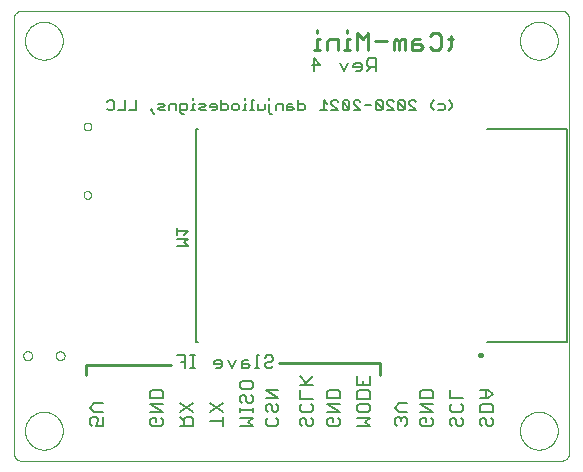
<source format=gbo>
G75*
%MOIN*%
%OFA0B0*%
%FSLAX25Y25*%
%IPPOS*%
%LPD*%
%AMOC8*
5,1,8,0,0,1.08239X$1,22.5*
%
%ADD10C,0.00000*%
%ADD11C,0.01000*%
%ADD12C,0.00600*%
%ADD13C,0.00800*%
%ADD14C,0.00500*%
%ADD15C,0.00945*%
D10*
X0005343Y0035785D02*
X0185343Y0035785D01*
X0185441Y0035787D01*
X0185539Y0035793D01*
X0185637Y0035802D01*
X0185734Y0035816D01*
X0185831Y0035833D01*
X0185927Y0035854D01*
X0186022Y0035879D01*
X0186116Y0035907D01*
X0186208Y0035940D01*
X0186300Y0035975D01*
X0186390Y0036015D01*
X0186478Y0036057D01*
X0186565Y0036104D01*
X0186649Y0036153D01*
X0186732Y0036206D01*
X0186812Y0036262D01*
X0186891Y0036322D01*
X0186967Y0036384D01*
X0187040Y0036449D01*
X0187111Y0036517D01*
X0187179Y0036588D01*
X0187244Y0036661D01*
X0187306Y0036737D01*
X0187366Y0036816D01*
X0187422Y0036896D01*
X0187475Y0036979D01*
X0187524Y0037063D01*
X0187571Y0037150D01*
X0187613Y0037238D01*
X0187653Y0037328D01*
X0187688Y0037420D01*
X0187721Y0037512D01*
X0187749Y0037606D01*
X0187774Y0037701D01*
X0187795Y0037797D01*
X0187812Y0037894D01*
X0187826Y0037991D01*
X0187835Y0038089D01*
X0187841Y0038187D01*
X0187843Y0038285D01*
X0187843Y0183285D01*
X0187841Y0183383D01*
X0187835Y0183481D01*
X0187826Y0183579D01*
X0187812Y0183676D01*
X0187795Y0183773D01*
X0187774Y0183869D01*
X0187749Y0183964D01*
X0187721Y0184058D01*
X0187688Y0184150D01*
X0187653Y0184242D01*
X0187613Y0184332D01*
X0187571Y0184420D01*
X0187524Y0184507D01*
X0187475Y0184591D01*
X0187422Y0184674D01*
X0187366Y0184754D01*
X0187306Y0184833D01*
X0187244Y0184909D01*
X0187179Y0184982D01*
X0187111Y0185053D01*
X0187040Y0185121D01*
X0186967Y0185186D01*
X0186891Y0185248D01*
X0186812Y0185308D01*
X0186732Y0185364D01*
X0186649Y0185417D01*
X0186565Y0185466D01*
X0186478Y0185513D01*
X0186390Y0185555D01*
X0186300Y0185595D01*
X0186208Y0185630D01*
X0186116Y0185663D01*
X0186022Y0185691D01*
X0185927Y0185716D01*
X0185831Y0185737D01*
X0185734Y0185754D01*
X0185637Y0185768D01*
X0185539Y0185777D01*
X0185441Y0185783D01*
X0185343Y0185785D01*
X0005343Y0185785D01*
X0005245Y0185783D01*
X0005147Y0185777D01*
X0005049Y0185768D01*
X0004952Y0185754D01*
X0004855Y0185737D01*
X0004759Y0185716D01*
X0004664Y0185691D01*
X0004570Y0185663D01*
X0004478Y0185630D01*
X0004386Y0185595D01*
X0004296Y0185555D01*
X0004208Y0185513D01*
X0004121Y0185466D01*
X0004037Y0185417D01*
X0003954Y0185364D01*
X0003874Y0185308D01*
X0003795Y0185248D01*
X0003719Y0185186D01*
X0003646Y0185121D01*
X0003575Y0185053D01*
X0003507Y0184982D01*
X0003442Y0184909D01*
X0003380Y0184833D01*
X0003320Y0184754D01*
X0003264Y0184674D01*
X0003211Y0184591D01*
X0003162Y0184507D01*
X0003115Y0184420D01*
X0003073Y0184332D01*
X0003033Y0184242D01*
X0002998Y0184150D01*
X0002965Y0184058D01*
X0002937Y0183964D01*
X0002912Y0183869D01*
X0002891Y0183773D01*
X0002874Y0183676D01*
X0002860Y0183579D01*
X0002851Y0183481D01*
X0002845Y0183383D01*
X0002843Y0183285D01*
X0002843Y0038285D01*
X0002845Y0038187D01*
X0002851Y0038089D01*
X0002860Y0037991D01*
X0002874Y0037894D01*
X0002891Y0037797D01*
X0002912Y0037701D01*
X0002937Y0037606D01*
X0002965Y0037512D01*
X0002998Y0037420D01*
X0003033Y0037328D01*
X0003073Y0037238D01*
X0003115Y0037150D01*
X0003162Y0037063D01*
X0003211Y0036979D01*
X0003264Y0036896D01*
X0003320Y0036816D01*
X0003380Y0036737D01*
X0003442Y0036661D01*
X0003507Y0036588D01*
X0003575Y0036517D01*
X0003646Y0036449D01*
X0003719Y0036384D01*
X0003795Y0036322D01*
X0003874Y0036262D01*
X0003954Y0036206D01*
X0004037Y0036153D01*
X0004121Y0036104D01*
X0004208Y0036057D01*
X0004296Y0036015D01*
X0004386Y0035975D01*
X0004478Y0035940D01*
X0004570Y0035907D01*
X0004664Y0035879D01*
X0004759Y0035854D01*
X0004855Y0035833D01*
X0004952Y0035816D01*
X0005049Y0035802D01*
X0005147Y0035793D01*
X0005245Y0035787D01*
X0005343Y0035785D01*
X0006544Y0045785D02*
X0006546Y0045943D01*
X0006552Y0046101D01*
X0006562Y0046259D01*
X0006576Y0046417D01*
X0006594Y0046574D01*
X0006615Y0046731D01*
X0006641Y0046887D01*
X0006671Y0047043D01*
X0006704Y0047198D01*
X0006742Y0047351D01*
X0006783Y0047504D01*
X0006828Y0047656D01*
X0006877Y0047807D01*
X0006930Y0047956D01*
X0006986Y0048104D01*
X0007046Y0048250D01*
X0007110Y0048395D01*
X0007178Y0048538D01*
X0007249Y0048680D01*
X0007323Y0048820D01*
X0007401Y0048957D01*
X0007483Y0049093D01*
X0007567Y0049227D01*
X0007656Y0049358D01*
X0007747Y0049487D01*
X0007842Y0049614D01*
X0007939Y0049739D01*
X0008040Y0049861D01*
X0008144Y0049980D01*
X0008251Y0050097D01*
X0008361Y0050211D01*
X0008474Y0050322D01*
X0008589Y0050431D01*
X0008707Y0050536D01*
X0008828Y0050638D01*
X0008951Y0050738D01*
X0009077Y0050834D01*
X0009205Y0050927D01*
X0009335Y0051017D01*
X0009468Y0051103D01*
X0009603Y0051187D01*
X0009739Y0051266D01*
X0009878Y0051343D01*
X0010019Y0051415D01*
X0010161Y0051485D01*
X0010305Y0051550D01*
X0010451Y0051612D01*
X0010598Y0051670D01*
X0010747Y0051725D01*
X0010897Y0051776D01*
X0011048Y0051823D01*
X0011200Y0051866D01*
X0011353Y0051905D01*
X0011508Y0051941D01*
X0011663Y0051972D01*
X0011819Y0052000D01*
X0011975Y0052024D01*
X0012132Y0052044D01*
X0012290Y0052060D01*
X0012447Y0052072D01*
X0012606Y0052080D01*
X0012764Y0052084D01*
X0012922Y0052084D01*
X0013080Y0052080D01*
X0013239Y0052072D01*
X0013396Y0052060D01*
X0013554Y0052044D01*
X0013711Y0052024D01*
X0013867Y0052000D01*
X0014023Y0051972D01*
X0014178Y0051941D01*
X0014333Y0051905D01*
X0014486Y0051866D01*
X0014638Y0051823D01*
X0014789Y0051776D01*
X0014939Y0051725D01*
X0015088Y0051670D01*
X0015235Y0051612D01*
X0015381Y0051550D01*
X0015525Y0051485D01*
X0015667Y0051415D01*
X0015808Y0051343D01*
X0015947Y0051266D01*
X0016083Y0051187D01*
X0016218Y0051103D01*
X0016351Y0051017D01*
X0016481Y0050927D01*
X0016609Y0050834D01*
X0016735Y0050738D01*
X0016858Y0050638D01*
X0016979Y0050536D01*
X0017097Y0050431D01*
X0017212Y0050322D01*
X0017325Y0050211D01*
X0017435Y0050097D01*
X0017542Y0049980D01*
X0017646Y0049861D01*
X0017747Y0049739D01*
X0017844Y0049614D01*
X0017939Y0049487D01*
X0018030Y0049358D01*
X0018119Y0049227D01*
X0018203Y0049093D01*
X0018285Y0048957D01*
X0018363Y0048820D01*
X0018437Y0048680D01*
X0018508Y0048538D01*
X0018576Y0048395D01*
X0018640Y0048250D01*
X0018700Y0048104D01*
X0018756Y0047956D01*
X0018809Y0047807D01*
X0018858Y0047656D01*
X0018903Y0047504D01*
X0018944Y0047351D01*
X0018982Y0047198D01*
X0019015Y0047043D01*
X0019045Y0046887D01*
X0019071Y0046731D01*
X0019092Y0046574D01*
X0019110Y0046417D01*
X0019124Y0046259D01*
X0019134Y0046101D01*
X0019140Y0045943D01*
X0019142Y0045785D01*
X0019140Y0045627D01*
X0019134Y0045469D01*
X0019124Y0045311D01*
X0019110Y0045153D01*
X0019092Y0044996D01*
X0019071Y0044839D01*
X0019045Y0044683D01*
X0019015Y0044527D01*
X0018982Y0044372D01*
X0018944Y0044219D01*
X0018903Y0044066D01*
X0018858Y0043914D01*
X0018809Y0043763D01*
X0018756Y0043614D01*
X0018700Y0043466D01*
X0018640Y0043320D01*
X0018576Y0043175D01*
X0018508Y0043032D01*
X0018437Y0042890D01*
X0018363Y0042750D01*
X0018285Y0042613D01*
X0018203Y0042477D01*
X0018119Y0042343D01*
X0018030Y0042212D01*
X0017939Y0042083D01*
X0017844Y0041956D01*
X0017747Y0041831D01*
X0017646Y0041709D01*
X0017542Y0041590D01*
X0017435Y0041473D01*
X0017325Y0041359D01*
X0017212Y0041248D01*
X0017097Y0041139D01*
X0016979Y0041034D01*
X0016858Y0040932D01*
X0016735Y0040832D01*
X0016609Y0040736D01*
X0016481Y0040643D01*
X0016351Y0040553D01*
X0016218Y0040467D01*
X0016083Y0040383D01*
X0015947Y0040304D01*
X0015808Y0040227D01*
X0015667Y0040155D01*
X0015525Y0040085D01*
X0015381Y0040020D01*
X0015235Y0039958D01*
X0015088Y0039900D01*
X0014939Y0039845D01*
X0014789Y0039794D01*
X0014638Y0039747D01*
X0014486Y0039704D01*
X0014333Y0039665D01*
X0014178Y0039629D01*
X0014023Y0039598D01*
X0013867Y0039570D01*
X0013711Y0039546D01*
X0013554Y0039526D01*
X0013396Y0039510D01*
X0013239Y0039498D01*
X0013080Y0039490D01*
X0012922Y0039486D01*
X0012764Y0039486D01*
X0012606Y0039490D01*
X0012447Y0039498D01*
X0012290Y0039510D01*
X0012132Y0039526D01*
X0011975Y0039546D01*
X0011819Y0039570D01*
X0011663Y0039598D01*
X0011508Y0039629D01*
X0011353Y0039665D01*
X0011200Y0039704D01*
X0011048Y0039747D01*
X0010897Y0039794D01*
X0010747Y0039845D01*
X0010598Y0039900D01*
X0010451Y0039958D01*
X0010305Y0040020D01*
X0010161Y0040085D01*
X0010019Y0040155D01*
X0009878Y0040227D01*
X0009739Y0040304D01*
X0009603Y0040383D01*
X0009468Y0040467D01*
X0009335Y0040553D01*
X0009205Y0040643D01*
X0009077Y0040736D01*
X0008951Y0040832D01*
X0008828Y0040932D01*
X0008707Y0041034D01*
X0008589Y0041139D01*
X0008474Y0041248D01*
X0008361Y0041359D01*
X0008251Y0041473D01*
X0008144Y0041590D01*
X0008040Y0041709D01*
X0007939Y0041831D01*
X0007842Y0041956D01*
X0007747Y0042083D01*
X0007656Y0042212D01*
X0007567Y0042343D01*
X0007483Y0042477D01*
X0007401Y0042613D01*
X0007323Y0042750D01*
X0007249Y0042890D01*
X0007178Y0043032D01*
X0007110Y0043175D01*
X0007046Y0043320D01*
X0006986Y0043466D01*
X0006930Y0043614D01*
X0006877Y0043763D01*
X0006828Y0043914D01*
X0006783Y0044066D01*
X0006742Y0044219D01*
X0006704Y0044372D01*
X0006671Y0044527D01*
X0006641Y0044683D01*
X0006615Y0044839D01*
X0006594Y0044996D01*
X0006576Y0045153D01*
X0006562Y0045311D01*
X0006552Y0045469D01*
X0006546Y0045627D01*
X0006544Y0045785D01*
X0005953Y0070785D02*
X0005955Y0070862D01*
X0005961Y0070938D01*
X0005971Y0071014D01*
X0005985Y0071089D01*
X0006002Y0071164D01*
X0006024Y0071237D01*
X0006049Y0071310D01*
X0006079Y0071381D01*
X0006111Y0071450D01*
X0006148Y0071517D01*
X0006187Y0071583D01*
X0006230Y0071646D01*
X0006277Y0071707D01*
X0006326Y0071766D01*
X0006379Y0071822D01*
X0006434Y0071875D01*
X0006492Y0071925D01*
X0006552Y0071972D01*
X0006615Y0072016D01*
X0006680Y0072057D01*
X0006747Y0072094D01*
X0006816Y0072128D01*
X0006886Y0072158D01*
X0006958Y0072184D01*
X0007032Y0072206D01*
X0007106Y0072225D01*
X0007181Y0072240D01*
X0007257Y0072251D01*
X0007333Y0072258D01*
X0007410Y0072261D01*
X0007486Y0072260D01*
X0007563Y0072255D01*
X0007639Y0072246D01*
X0007715Y0072233D01*
X0007789Y0072216D01*
X0007863Y0072196D01*
X0007936Y0072171D01*
X0008007Y0072143D01*
X0008077Y0072111D01*
X0008145Y0072076D01*
X0008211Y0072037D01*
X0008275Y0071995D01*
X0008336Y0071949D01*
X0008396Y0071900D01*
X0008452Y0071849D01*
X0008506Y0071794D01*
X0008557Y0071737D01*
X0008605Y0071677D01*
X0008650Y0071615D01*
X0008691Y0071550D01*
X0008729Y0071484D01*
X0008764Y0071416D01*
X0008794Y0071345D01*
X0008822Y0071274D01*
X0008845Y0071201D01*
X0008865Y0071127D01*
X0008881Y0071052D01*
X0008893Y0070976D01*
X0008901Y0070900D01*
X0008905Y0070823D01*
X0008905Y0070747D01*
X0008901Y0070670D01*
X0008893Y0070594D01*
X0008881Y0070518D01*
X0008865Y0070443D01*
X0008845Y0070369D01*
X0008822Y0070296D01*
X0008794Y0070225D01*
X0008764Y0070154D01*
X0008729Y0070086D01*
X0008691Y0070020D01*
X0008650Y0069955D01*
X0008605Y0069893D01*
X0008557Y0069833D01*
X0008506Y0069776D01*
X0008452Y0069721D01*
X0008396Y0069670D01*
X0008336Y0069621D01*
X0008275Y0069575D01*
X0008211Y0069533D01*
X0008145Y0069494D01*
X0008077Y0069459D01*
X0008007Y0069427D01*
X0007936Y0069399D01*
X0007863Y0069374D01*
X0007789Y0069354D01*
X0007715Y0069337D01*
X0007639Y0069324D01*
X0007563Y0069315D01*
X0007486Y0069310D01*
X0007410Y0069309D01*
X0007333Y0069312D01*
X0007257Y0069319D01*
X0007181Y0069330D01*
X0007106Y0069345D01*
X0007032Y0069364D01*
X0006958Y0069386D01*
X0006886Y0069412D01*
X0006816Y0069442D01*
X0006747Y0069476D01*
X0006680Y0069513D01*
X0006615Y0069554D01*
X0006552Y0069598D01*
X0006492Y0069645D01*
X0006434Y0069695D01*
X0006379Y0069748D01*
X0006326Y0069804D01*
X0006277Y0069863D01*
X0006230Y0069924D01*
X0006187Y0069987D01*
X0006148Y0070053D01*
X0006111Y0070120D01*
X0006079Y0070189D01*
X0006049Y0070260D01*
X0006024Y0070333D01*
X0006002Y0070406D01*
X0005985Y0070481D01*
X0005971Y0070556D01*
X0005961Y0070632D01*
X0005955Y0070708D01*
X0005953Y0070785D01*
X0016780Y0070785D02*
X0016782Y0070862D01*
X0016788Y0070938D01*
X0016798Y0071014D01*
X0016812Y0071089D01*
X0016829Y0071164D01*
X0016851Y0071237D01*
X0016876Y0071310D01*
X0016906Y0071381D01*
X0016938Y0071450D01*
X0016975Y0071517D01*
X0017014Y0071583D01*
X0017057Y0071646D01*
X0017104Y0071707D01*
X0017153Y0071766D01*
X0017206Y0071822D01*
X0017261Y0071875D01*
X0017319Y0071925D01*
X0017379Y0071972D01*
X0017442Y0072016D01*
X0017507Y0072057D01*
X0017574Y0072094D01*
X0017643Y0072128D01*
X0017713Y0072158D01*
X0017785Y0072184D01*
X0017859Y0072206D01*
X0017933Y0072225D01*
X0018008Y0072240D01*
X0018084Y0072251D01*
X0018160Y0072258D01*
X0018237Y0072261D01*
X0018313Y0072260D01*
X0018390Y0072255D01*
X0018466Y0072246D01*
X0018542Y0072233D01*
X0018616Y0072216D01*
X0018690Y0072196D01*
X0018763Y0072171D01*
X0018834Y0072143D01*
X0018904Y0072111D01*
X0018972Y0072076D01*
X0019038Y0072037D01*
X0019102Y0071995D01*
X0019163Y0071949D01*
X0019223Y0071900D01*
X0019279Y0071849D01*
X0019333Y0071794D01*
X0019384Y0071737D01*
X0019432Y0071677D01*
X0019477Y0071615D01*
X0019518Y0071550D01*
X0019556Y0071484D01*
X0019591Y0071416D01*
X0019621Y0071345D01*
X0019649Y0071274D01*
X0019672Y0071201D01*
X0019692Y0071127D01*
X0019708Y0071052D01*
X0019720Y0070976D01*
X0019728Y0070900D01*
X0019732Y0070823D01*
X0019732Y0070747D01*
X0019728Y0070670D01*
X0019720Y0070594D01*
X0019708Y0070518D01*
X0019692Y0070443D01*
X0019672Y0070369D01*
X0019649Y0070296D01*
X0019621Y0070225D01*
X0019591Y0070154D01*
X0019556Y0070086D01*
X0019518Y0070020D01*
X0019477Y0069955D01*
X0019432Y0069893D01*
X0019384Y0069833D01*
X0019333Y0069776D01*
X0019279Y0069721D01*
X0019223Y0069670D01*
X0019163Y0069621D01*
X0019102Y0069575D01*
X0019038Y0069533D01*
X0018972Y0069494D01*
X0018904Y0069459D01*
X0018834Y0069427D01*
X0018763Y0069399D01*
X0018690Y0069374D01*
X0018616Y0069354D01*
X0018542Y0069337D01*
X0018466Y0069324D01*
X0018390Y0069315D01*
X0018313Y0069310D01*
X0018237Y0069309D01*
X0018160Y0069312D01*
X0018084Y0069319D01*
X0018008Y0069330D01*
X0017933Y0069345D01*
X0017859Y0069364D01*
X0017785Y0069386D01*
X0017713Y0069412D01*
X0017643Y0069442D01*
X0017574Y0069476D01*
X0017507Y0069513D01*
X0017442Y0069554D01*
X0017379Y0069598D01*
X0017319Y0069645D01*
X0017261Y0069695D01*
X0017206Y0069748D01*
X0017153Y0069804D01*
X0017104Y0069863D01*
X0017057Y0069924D01*
X0017014Y0069987D01*
X0016975Y0070053D01*
X0016938Y0070120D01*
X0016906Y0070189D01*
X0016876Y0070260D01*
X0016851Y0070333D01*
X0016829Y0070406D01*
X0016812Y0070481D01*
X0016798Y0070556D01*
X0016788Y0070632D01*
X0016782Y0070708D01*
X0016780Y0070785D01*
X0026051Y0124407D02*
X0026053Y0124478D01*
X0026059Y0124549D01*
X0026069Y0124620D01*
X0026083Y0124689D01*
X0026100Y0124758D01*
X0026122Y0124826D01*
X0026147Y0124893D01*
X0026176Y0124958D01*
X0026208Y0125021D01*
X0026244Y0125083D01*
X0026283Y0125142D01*
X0026326Y0125199D01*
X0026371Y0125254D01*
X0026420Y0125306D01*
X0026471Y0125355D01*
X0026525Y0125401D01*
X0026582Y0125445D01*
X0026640Y0125485D01*
X0026701Y0125521D01*
X0026764Y0125555D01*
X0026829Y0125584D01*
X0026895Y0125610D01*
X0026963Y0125633D01*
X0027031Y0125651D01*
X0027101Y0125666D01*
X0027171Y0125677D01*
X0027242Y0125684D01*
X0027313Y0125687D01*
X0027384Y0125686D01*
X0027455Y0125681D01*
X0027526Y0125672D01*
X0027596Y0125659D01*
X0027665Y0125643D01*
X0027733Y0125622D01*
X0027800Y0125598D01*
X0027866Y0125570D01*
X0027929Y0125538D01*
X0027991Y0125503D01*
X0028051Y0125465D01*
X0028109Y0125423D01*
X0028164Y0125379D01*
X0028217Y0125331D01*
X0028267Y0125280D01*
X0028314Y0125227D01*
X0028358Y0125171D01*
X0028399Y0125113D01*
X0028437Y0125052D01*
X0028471Y0124990D01*
X0028501Y0124925D01*
X0028528Y0124860D01*
X0028552Y0124792D01*
X0028571Y0124724D01*
X0028587Y0124655D01*
X0028599Y0124584D01*
X0028607Y0124514D01*
X0028611Y0124443D01*
X0028611Y0124371D01*
X0028607Y0124300D01*
X0028599Y0124230D01*
X0028587Y0124159D01*
X0028571Y0124090D01*
X0028552Y0124022D01*
X0028528Y0123954D01*
X0028501Y0123889D01*
X0028471Y0123824D01*
X0028437Y0123762D01*
X0028399Y0123701D01*
X0028358Y0123643D01*
X0028314Y0123587D01*
X0028267Y0123534D01*
X0028217Y0123483D01*
X0028164Y0123435D01*
X0028109Y0123391D01*
X0028051Y0123349D01*
X0027991Y0123311D01*
X0027929Y0123276D01*
X0027866Y0123244D01*
X0027800Y0123216D01*
X0027733Y0123192D01*
X0027665Y0123171D01*
X0027596Y0123155D01*
X0027526Y0123142D01*
X0027455Y0123133D01*
X0027384Y0123128D01*
X0027313Y0123127D01*
X0027242Y0123130D01*
X0027171Y0123137D01*
X0027101Y0123148D01*
X0027031Y0123163D01*
X0026963Y0123181D01*
X0026895Y0123204D01*
X0026829Y0123230D01*
X0026764Y0123259D01*
X0026701Y0123293D01*
X0026640Y0123329D01*
X0026582Y0123369D01*
X0026525Y0123413D01*
X0026471Y0123459D01*
X0026420Y0123508D01*
X0026371Y0123560D01*
X0026326Y0123615D01*
X0026283Y0123672D01*
X0026244Y0123731D01*
X0026208Y0123793D01*
X0026176Y0123856D01*
X0026147Y0123921D01*
X0026122Y0123988D01*
X0026100Y0124056D01*
X0026083Y0124125D01*
X0026069Y0124194D01*
X0026059Y0124265D01*
X0026053Y0124336D01*
X0026051Y0124407D01*
X0026051Y0147163D02*
X0026053Y0147234D01*
X0026059Y0147305D01*
X0026069Y0147376D01*
X0026083Y0147445D01*
X0026100Y0147514D01*
X0026122Y0147582D01*
X0026147Y0147649D01*
X0026176Y0147714D01*
X0026208Y0147777D01*
X0026244Y0147839D01*
X0026283Y0147898D01*
X0026326Y0147955D01*
X0026371Y0148010D01*
X0026420Y0148062D01*
X0026471Y0148111D01*
X0026525Y0148157D01*
X0026582Y0148201D01*
X0026640Y0148241D01*
X0026701Y0148277D01*
X0026764Y0148311D01*
X0026829Y0148340D01*
X0026895Y0148366D01*
X0026963Y0148389D01*
X0027031Y0148407D01*
X0027101Y0148422D01*
X0027171Y0148433D01*
X0027242Y0148440D01*
X0027313Y0148443D01*
X0027384Y0148442D01*
X0027455Y0148437D01*
X0027526Y0148428D01*
X0027596Y0148415D01*
X0027665Y0148399D01*
X0027733Y0148378D01*
X0027800Y0148354D01*
X0027866Y0148326D01*
X0027929Y0148294D01*
X0027991Y0148259D01*
X0028051Y0148221D01*
X0028109Y0148179D01*
X0028164Y0148135D01*
X0028217Y0148087D01*
X0028267Y0148036D01*
X0028314Y0147983D01*
X0028358Y0147927D01*
X0028399Y0147869D01*
X0028437Y0147808D01*
X0028471Y0147746D01*
X0028501Y0147681D01*
X0028528Y0147616D01*
X0028552Y0147548D01*
X0028571Y0147480D01*
X0028587Y0147411D01*
X0028599Y0147340D01*
X0028607Y0147270D01*
X0028611Y0147199D01*
X0028611Y0147127D01*
X0028607Y0147056D01*
X0028599Y0146986D01*
X0028587Y0146915D01*
X0028571Y0146846D01*
X0028552Y0146778D01*
X0028528Y0146710D01*
X0028501Y0146645D01*
X0028471Y0146580D01*
X0028437Y0146518D01*
X0028399Y0146457D01*
X0028358Y0146399D01*
X0028314Y0146343D01*
X0028267Y0146290D01*
X0028217Y0146239D01*
X0028164Y0146191D01*
X0028109Y0146147D01*
X0028051Y0146105D01*
X0027991Y0146067D01*
X0027929Y0146032D01*
X0027866Y0146000D01*
X0027800Y0145972D01*
X0027733Y0145948D01*
X0027665Y0145927D01*
X0027596Y0145911D01*
X0027526Y0145898D01*
X0027455Y0145889D01*
X0027384Y0145884D01*
X0027313Y0145883D01*
X0027242Y0145886D01*
X0027171Y0145893D01*
X0027101Y0145904D01*
X0027031Y0145919D01*
X0026963Y0145937D01*
X0026895Y0145960D01*
X0026829Y0145986D01*
X0026764Y0146015D01*
X0026701Y0146049D01*
X0026640Y0146085D01*
X0026582Y0146125D01*
X0026525Y0146169D01*
X0026471Y0146215D01*
X0026420Y0146264D01*
X0026371Y0146316D01*
X0026326Y0146371D01*
X0026283Y0146428D01*
X0026244Y0146487D01*
X0026208Y0146549D01*
X0026176Y0146612D01*
X0026147Y0146677D01*
X0026122Y0146744D01*
X0026100Y0146812D01*
X0026083Y0146881D01*
X0026069Y0146950D01*
X0026059Y0147021D01*
X0026053Y0147092D01*
X0026051Y0147163D01*
X0006544Y0175785D02*
X0006546Y0175943D01*
X0006552Y0176101D01*
X0006562Y0176259D01*
X0006576Y0176417D01*
X0006594Y0176574D01*
X0006615Y0176731D01*
X0006641Y0176887D01*
X0006671Y0177043D01*
X0006704Y0177198D01*
X0006742Y0177351D01*
X0006783Y0177504D01*
X0006828Y0177656D01*
X0006877Y0177807D01*
X0006930Y0177956D01*
X0006986Y0178104D01*
X0007046Y0178250D01*
X0007110Y0178395D01*
X0007178Y0178538D01*
X0007249Y0178680D01*
X0007323Y0178820D01*
X0007401Y0178957D01*
X0007483Y0179093D01*
X0007567Y0179227D01*
X0007656Y0179358D01*
X0007747Y0179487D01*
X0007842Y0179614D01*
X0007939Y0179739D01*
X0008040Y0179861D01*
X0008144Y0179980D01*
X0008251Y0180097D01*
X0008361Y0180211D01*
X0008474Y0180322D01*
X0008589Y0180431D01*
X0008707Y0180536D01*
X0008828Y0180638D01*
X0008951Y0180738D01*
X0009077Y0180834D01*
X0009205Y0180927D01*
X0009335Y0181017D01*
X0009468Y0181103D01*
X0009603Y0181187D01*
X0009739Y0181266D01*
X0009878Y0181343D01*
X0010019Y0181415D01*
X0010161Y0181485D01*
X0010305Y0181550D01*
X0010451Y0181612D01*
X0010598Y0181670D01*
X0010747Y0181725D01*
X0010897Y0181776D01*
X0011048Y0181823D01*
X0011200Y0181866D01*
X0011353Y0181905D01*
X0011508Y0181941D01*
X0011663Y0181972D01*
X0011819Y0182000D01*
X0011975Y0182024D01*
X0012132Y0182044D01*
X0012290Y0182060D01*
X0012447Y0182072D01*
X0012606Y0182080D01*
X0012764Y0182084D01*
X0012922Y0182084D01*
X0013080Y0182080D01*
X0013239Y0182072D01*
X0013396Y0182060D01*
X0013554Y0182044D01*
X0013711Y0182024D01*
X0013867Y0182000D01*
X0014023Y0181972D01*
X0014178Y0181941D01*
X0014333Y0181905D01*
X0014486Y0181866D01*
X0014638Y0181823D01*
X0014789Y0181776D01*
X0014939Y0181725D01*
X0015088Y0181670D01*
X0015235Y0181612D01*
X0015381Y0181550D01*
X0015525Y0181485D01*
X0015667Y0181415D01*
X0015808Y0181343D01*
X0015947Y0181266D01*
X0016083Y0181187D01*
X0016218Y0181103D01*
X0016351Y0181017D01*
X0016481Y0180927D01*
X0016609Y0180834D01*
X0016735Y0180738D01*
X0016858Y0180638D01*
X0016979Y0180536D01*
X0017097Y0180431D01*
X0017212Y0180322D01*
X0017325Y0180211D01*
X0017435Y0180097D01*
X0017542Y0179980D01*
X0017646Y0179861D01*
X0017747Y0179739D01*
X0017844Y0179614D01*
X0017939Y0179487D01*
X0018030Y0179358D01*
X0018119Y0179227D01*
X0018203Y0179093D01*
X0018285Y0178957D01*
X0018363Y0178820D01*
X0018437Y0178680D01*
X0018508Y0178538D01*
X0018576Y0178395D01*
X0018640Y0178250D01*
X0018700Y0178104D01*
X0018756Y0177956D01*
X0018809Y0177807D01*
X0018858Y0177656D01*
X0018903Y0177504D01*
X0018944Y0177351D01*
X0018982Y0177198D01*
X0019015Y0177043D01*
X0019045Y0176887D01*
X0019071Y0176731D01*
X0019092Y0176574D01*
X0019110Y0176417D01*
X0019124Y0176259D01*
X0019134Y0176101D01*
X0019140Y0175943D01*
X0019142Y0175785D01*
X0019140Y0175627D01*
X0019134Y0175469D01*
X0019124Y0175311D01*
X0019110Y0175153D01*
X0019092Y0174996D01*
X0019071Y0174839D01*
X0019045Y0174683D01*
X0019015Y0174527D01*
X0018982Y0174372D01*
X0018944Y0174219D01*
X0018903Y0174066D01*
X0018858Y0173914D01*
X0018809Y0173763D01*
X0018756Y0173614D01*
X0018700Y0173466D01*
X0018640Y0173320D01*
X0018576Y0173175D01*
X0018508Y0173032D01*
X0018437Y0172890D01*
X0018363Y0172750D01*
X0018285Y0172613D01*
X0018203Y0172477D01*
X0018119Y0172343D01*
X0018030Y0172212D01*
X0017939Y0172083D01*
X0017844Y0171956D01*
X0017747Y0171831D01*
X0017646Y0171709D01*
X0017542Y0171590D01*
X0017435Y0171473D01*
X0017325Y0171359D01*
X0017212Y0171248D01*
X0017097Y0171139D01*
X0016979Y0171034D01*
X0016858Y0170932D01*
X0016735Y0170832D01*
X0016609Y0170736D01*
X0016481Y0170643D01*
X0016351Y0170553D01*
X0016218Y0170467D01*
X0016083Y0170383D01*
X0015947Y0170304D01*
X0015808Y0170227D01*
X0015667Y0170155D01*
X0015525Y0170085D01*
X0015381Y0170020D01*
X0015235Y0169958D01*
X0015088Y0169900D01*
X0014939Y0169845D01*
X0014789Y0169794D01*
X0014638Y0169747D01*
X0014486Y0169704D01*
X0014333Y0169665D01*
X0014178Y0169629D01*
X0014023Y0169598D01*
X0013867Y0169570D01*
X0013711Y0169546D01*
X0013554Y0169526D01*
X0013396Y0169510D01*
X0013239Y0169498D01*
X0013080Y0169490D01*
X0012922Y0169486D01*
X0012764Y0169486D01*
X0012606Y0169490D01*
X0012447Y0169498D01*
X0012290Y0169510D01*
X0012132Y0169526D01*
X0011975Y0169546D01*
X0011819Y0169570D01*
X0011663Y0169598D01*
X0011508Y0169629D01*
X0011353Y0169665D01*
X0011200Y0169704D01*
X0011048Y0169747D01*
X0010897Y0169794D01*
X0010747Y0169845D01*
X0010598Y0169900D01*
X0010451Y0169958D01*
X0010305Y0170020D01*
X0010161Y0170085D01*
X0010019Y0170155D01*
X0009878Y0170227D01*
X0009739Y0170304D01*
X0009603Y0170383D01*
X0009468Y0170467D01*
X0009335Y0170553D01*
X0009205Y0170643D01*
X0009077Y0170736D01*
X0008951Y0170832D01*
X0008828Y0170932D01*
X0008707Y0171034D01*
X0008589Y0171139D01*
X0008474Y0171248D01*
X0008361Y0171359D01*
X0008251Y0171473D01*
X0008144Y0171590D01*
X0008040Y0171709D01*
X0007939Y0171831D01*
X0007842Y0171956D01*
X0007747Y0172083D01*
X0007656Y0172212D01*
X0007567Y0172343D01*
X0007483Y0172477D01*
X0007401Y0172613D01*
X0007323Y0172750D01*
X0007249Y0172890D01*
X0007178Y0173032D01*
X0007110Y0173175D01*
X0007046Y0173320D01*
X0006986Y0173466D01*
X0006930Y0173614D01*
X0006877Y0173763D01*
X0006828Y0173914D01*
X0006783Y0174066D01*
X0006742Y0174219D01*
X0006704Y0174372D01*
X0006671Y0174527D01*
X0006641Y0174683D01*
X0006615Y0174839D01*
X0006594Y0174996D01*
X0006576Y0175153D01*
X0006562Y0175311D01*
X0006552Y0175469D01*
X0006546Y0175627D01*
X0006544Y0175785D01*
X0171544Y0175785D02*
X0171546Y0175943D01*
X0171552Y0176101D01*
X0171562Y0176259D01*
X0171576Y0176417D01*
X0171594Y0176574D01*
X0171615Y0176731D01*
X0171641Y0176887D01*
X0171671Y0177043D01*
X0171704Y0177198D01*
X0171742Y0177351D01*
X0171783Y0177504D01*
X0171828Y0177656D01*
X0171877Y0177807D01*
X0171930Y0177956D01*
X0171986Y0178104D01*
X0172046Y0178250D01*
X0172110Y0178395D01*
X0172178Y0178538D01*
X0172249Y0178680D01*
X0172323Y0178820D01*
X0172401Y0178957D01*
X0172483Y0179093D01*
X0172567Y0179227D01*
X0172656Y0179358D01*
X0172747Y0179487D01*
X0172842Y0179614D01*
X0172939Y0179739D01*
X0173040Y0179861D01*
X0173144Y0179980D01*
X0173251Y0180097D01*
X0173361Y0180211D01*
X0173474Y0180322D01*
X0173589Y0180431D01*
X0173707Y0180536D01*
X0173828Y0180638D01*
X0173951Y0180738D01*
X0174077Y0180834D01*
X0174205Y0180927D01*
X0174335Y0181017D01*
X0174468Y0181103D01*
X0174603Y0181187D01*
X0174739Y0181266D01*
X0174878Y0181343D01*
X0175019Y0181415D01*
X0175161Y0181485D01*
X0175305Y0181550D01*
X0175451Y0181612D01*
X0175598Y0181670D01*
X0175747Y0181725D01*
X0175897Y0181776D01*
X0176048Y0181823D01*
X0176200Y0181866D01*
X0176353Y0181905D01*
X0176508Y0181941D01*
X0176663Y0181972D01*
X0176819Y0182000D01*
X0176975Y0182024D01*
X0177132Y0182044D01*
X0177290Y0182060D01*
X0177447Y0182072D01*
X0177606Y0182080D01*
X0177764Y0182084D01*
X0177922Y0182084D01*
X0178080Y0182080D01*
X0178239Y0182072D01*
X0178396Y0182060D01*
X0178554Y0182044D01*
X0178711Y0182024D01*
X0178867Y0182000D01*
X0179023Y0181972D01*
X0179178Y0181941D01*
X0179333Y0181905D01*
X0179486Y0181866D01*
X0179638Y0181823D01*
X0179789Y0181776D01*
X0179939Y0181725D01*
X0180088Y0181670D01*
X0180235Y0181612D01*
X0180381Y0181550D01*
X0180525Y0181485D01*
X0180667Y0181415D01*
X0180808Y0181343D01*
X0180947Y0181266D01*
X0181083Y0181187D01*
X0181218Y0181103D01*
X0181351Y0181017D01*
X0181481Y0180927D01*
X0181609Y0180834D01*
X0181735Y0180738D01*
X0181858Y0180638D01*
X0181979Y0180536D01*
X0182097Y0180431D01*
X0182212Y0180322D01*
X0182325Y0180211D01*
X0182435Y0180097D01*
X0182542Y0179980D01*
X0182646Y0179861D01*
X0182747Y0179739D01*
X0182844Y0179614D01*
X0182939Y0179487D01*
X0183030Y0179358D01*
X0183119Y0179227D01*
X0183203Y0179093D01*
X0183285Y0178957D01*
X0183363Y0178820D01*
X0183437Y0178680D01*
X0183508Y0178538D01*
X0183576Y0178395D01*
X0183640Y0178250D01*
X0183700Y0178104D01*
X0183756Y0177956D01*
X0183809Y0177807D01*
X0183858Y0177656D01*
X0183903Y0177504D01*
X0183944Y0177351D01*
X0183982Y0177198D01*
X0184015Y0177043D01*
X0184045Y0176887D01*
X0184071Y0176731D01*
X0184092Y0176574D01*
X0184110Y0176417D01*
X0184124Y0176259D01*
X0184134Y0176101D01*
X0184140Y0175943D01*
X0184142Y0175785D01*
X0184140Y0175627D01*
X0184134Y0175469D01*
X0184124Y0175311D01*
X0184110Y0175153D01*
X0184092Y0174996D01*
X0184071Y0174839D01*
X0184045Y0174683D01*
X0184015Y0174527D01*
X0183982Y0174372D01*
X0183944Y0174219D01*
X0183903Y0174066D01*
X0183858Y0173914D01*
X0183809Y0173763D01*
X0183756Y0173614D01*
X0183700Y0173466D01*
X0183640Y0173320D01*
X0183576Y0173175D01*
X0183508Y0173032D01*
X0183437Y0172890D01*
X0183363Y0172750D01*
X0183285Y0172613D01*
X0183203Y0172477D01*
X0183119Y0172343D01*
X0183030Y0172212D01*
X0182939Y0172083D01*
X0182844Y0171956D01*
X0182747Y0171831D01*
X0182646Y0171709D01*
X0182542Y0171590D01*
X0182435Y0171473D01*
X0182325Y0171359D01*
X0182212Y0171248D01*
X0182097Y0171139D01*
X0181979Y0171034D01*
X0181858Y0170932D01*
X0181735Y0170832D01*
X0181609Y0170736D01*
X0181481Y0170643D01*
X0181351Y0170553D01*
X0181218Y0170467D01*
X0181083Y0170383D01*
X0180947Y0170304D01*
X0180808Y0170227D01*
X0180667Y0170155D01*
X0180525Y0170085D01*
X0180381Y0170020D01*
X0180235Y0169958D01*
X0180088Y0169900D01*
X0179939Y0169845D01*
X0179789Y0169794D01*
X0179638Y0169747D01*
X0179486Y0169704D01*
X0179333Y0169665D01*
X0179178Y0169629D01*
X0179023Y0169598D01*
X0178867Y0169570D01*
X0178711Y0169546D01*
X0178554Y0169526D01*
X0178396Y0169510D01*
X0178239Y0169498D01*
X0178080Y0169490D01*
X0177922Y0169486D01*
X0177764Y0169486D01*
X0177606Y0169490D01*
X0177447Y0169498D01*
X0177290Y0169510D01*
X0177132Y0169526D01*
X0176975Y0169546D01*
X0176819Y0169570D01*
X0176663Y0169598D01*
X0176508Y0169629D01*
X0176353Y0169665D01*
X0176200Y0169704D01*
X0176048Y0169747D01*
X0175897Y0169794D01*
X0175747Y0169845D01*
X0175598Y0169900D01*
X0175451Y0169958D01*
X0175305Y0170020D01*
X0175161Y0170085D01*
X0175019Y0170155D01*
X0174878Y0170227D01*
X0174739Y0170304D01*
X0174603Y0170383D01*
X0174468Y0170467D01*
X0174335Y0170553D01*
X0174205Y0170643D01*
X0174077Y0170736D01*
X0173951Y0170832D01*
X0173828Y0170932D01*
X0173707Y0171034D01*
X0173589Y0171139D01*
X0173474Y0171248D01*
X0173361Y0171359D01*
X0173251Y0171473D01*
X0173144Y0171590D01*
X0173040Y0171709D01*
X0172939Y0171831D01*
X0172842Y0171956D01*
X0172747Y0172083D01*
X0172656Y0172212D01*
X0172567Y0172343D01*
X0172483Y0172477D01*
X0172401Y0172613D01*
X0172323Y0172750D01*
X0172249Y0172890D01*
X0172178Y0173032D01*
X0172110Y0173175D01*
X0172046Y0173320D01*
X0171986Y0173466D01*
X0171930Y0173614D01*
X0171877Y0173763D01*
X0171828Y0173914D01*
X0171783Y0174066D01*
X0171742Y0174219D01*
X0171704Y0174372D01*
X0171671Y0174527D01*
X0171641Y0174683D01*
X0171615Y0174839D01*
X0171594Y0174996D01*
X0171576Y0175153D01*
X0171562Y0175311D01*
X0171552Y0175469D01*
X0171546Y0175627D01*
X0171544Y0175785D01*
X0171544Y0045785D02*
X0171546Y0045943D01*
X0171552Y0046101D01*
X0171562Y0046259D01*
X0171576Y0046417D01*
X0171594Y0046574D01*
X0171615Y0046731D01*
X0171641Y0046887D01*
X0171671Y0047043D01*
X0171704Y0047198D01*
X0171742Y0047351D01*
X0171783Y0047504D01*
X0171828Y0047656D01*
X0171877Y0047807D01*
X0171930Y0047956D01*
X0171986Y0048104D01*
X0172046Y0048250D01*
X0172110Y0048395D01*
X0172178Y0048538D01*
X0172249Y0048680D01*
X0172323Y0048820D01*
X0172401Y0048957D01*
X0172483Y0049093D01*
X0172567Y0049227D01*
X0172656Y0049358D01*
X0172747Y0049487D01*
X0172842Y0049614D01*
X0172939Y0049739D01*
X0173040Y0049861D01*
X0173144Y0049980D01*
X0173251Y0050097D01*
X0173361Y0050211D01*
X0173474Y0050322D01*
X0173589Y0050431D01*
X0173707Y0050536D01*
X0173828Y0050638D01*
X0173951Y0050738D01*
X0174077Y0050834D01*
X0174205Y0050927D01*
X0174335Y0051017D01*
X0174468Y0051103D01*
X0174603Y0051187D01*
X0174739Y0051266D01*
X0174878Y0051343D01*
X0175019Y0051415D01*
X0175161Y0051485D01*
X0175305Y0051550D01*
X0175451Y0051612D01*
X0175598Y0051670D01*
X0175747Y0051725D01*
X0175897Y0051776D01*
X0176048Y0051823D01*
X0176200Y0051866D01*
X0176353Y0051905D01*
X0176508Y0051941D01*
X0176663Y0051972D01*
X0176819Y0052000D01*
X0176975Y0052024D01*
X0177132Y0052044D01*
X0177290Y0052060D01*
X0177447Y0052072D01*
X0177606Y0052080D01*
X0177764Y0052084D01*
X0177922Y0052084D01*
X0178080Y0052080D01*
X0178239Y0052072D01*
X0178396Y0052060D01*
X0178554Y0052044D01*
X0178711Y0052024D01*
X0178867Y0052000D01*
X0179023Y0051972D01*
X0179178Y0051941D01*
X0179333Y0051905D01*
X0179486Y0051866D01*
X0179638Y0051823D01*
X0179789Y0051776D01*
X0179939Y0051725D01*
X0180088Y0051670D01*
X0180235Y0051612D01*
X0180381Y0051550D01*
X0180525Y0051485D01*
X0180667Y0051415D01*
X0180808Y0051343D01*
X0180947Y0051266D01*
X0181083Y0051187D01*
X0181218Y0051103D01*
X0181351Y0051017D01*
X0181481Y0050927D01*
X0181609Y0050834D01*
X0181735Y0050738D01*
X0181858Y0050638D01*
X0181979Y0050536D01*
X0182097Y0050431D01*
X0182212Y0050322D01*
X0182325Y0050211D01*
X0182435Y0050097D01*
X0182542Y0049980D01*
X0182646Y0049861D01*
X0182747Y0049739D01*
X0182844Y0049614D01*
X0182939Y0049487D01*
X0183030Y0049358D01*
X0183119Y0049227D01*
X0183203Y0049093D01*
X0183285Y0048957D01*
X0183363Y0048820D01*
X0183437Y0048680D01*
X0183508Y0048538D01*
X0183576Y0048395D01*
X0183640Y0048250D01*
X0183700Y0048104D01*
X0183756Y0047956D01*
X0183809Y0047807D01*
X0183858Y0047656D01*
X0183903Y0047504D01*
X0183944Y0047351D01*
X0183982Y0047198D01*
X0184015Y0047043D01*
X0184045Y0046887D01*
X0184071Y0046731D01*
X0184092Y0046574D01*
X0184110Y0046417D01*
X0184124Y0046259D01*
X0184134Y0046101D01*
X0184140Y0045943D01*
X0184142Y0045785D01*
X0184140Y0045627D01*
X0184134Y0045469D01*
X0184124Y0045311D01*
X0184110Y0045153D01*
X0184092Y0044996D01*
X0184071Y0044839D01*
X0184045Y0044683D01*
X0184015Y0044527D01*
X0183982Y0044372D01*
X0183944Y0044219D01*
X0183903Y0044066D01*
X0183858Y0043914D01*
X0183809Y0043763D01*
X0183756Y0043614D01*
X0183700Y0043466D01*
X0183640Y0043320D01*
X0183576Y0043175D01*
X0183508Y0043032D01*
X0183437Y0042890D01*
X0183363Y0042750D01*
X0183285Y0042613D01*
X0183203Y0042477D01*
X0183119Y0042343D01*
X0183030Y0042212D01*
X0182939Y0042083D01*
X0182844Y0041956D01*
X0182747Y0041831D01*
X0182646Y0041709D01*
X0182542Y0041590D01*
X0182435Y0041473D01*
X0182325Y0041359D01*
X0182212Y0041248D01*
X0182097Y0041139D01*
X0181979Y0041034D01*
X0181858Y0040932D01*
X0181735Y0040832D01*
X0181609Y0040736D01*
X0181481Y0040643D01*
X0181351Y0040553D01*
X0181218Y0040467D01*
X0181083Y0040383D01*
X0180947Y0040304D01*
X0180808Y0040227D01*
X0180667Y0040155D01*
X0180525Y0040085D01*
X0180381Y0040020D01*
X0180235Y0039958D01*
X0180088Y0039900D01*
X0179939Y0039845D01*
X0179789Y0039794D01*
X0179638Y0039747D01*
X0179486Y0039704D01*
X0179333Y0039665D01*
X0179178Y0039629D01*
X0179023Y0039598D01*
X0178867Y0039570D01*
X0178711Y0039546D01*
X0178554Y0039526D01*
X0178396Y0039510D01*
X0178239Y0039498D01*
X0178080Y0039490D01*
X0177922Y0039486D01*
X0177764Y0039486D01*
X0177606Y0039490D01*
X0177447Y0039498D01*
X0177290Y0039510D01*
X0177132Y0039526D01*
X0176975Y0039546D01*
X0176819Y0039570D01*
X0176663Y0039598D01*
X0176508Y0039629D01*
X0176353Y0039665D01*
X0176200Y0039704D01*
X0176048Y0039747D01*
X0175897Y0039794D01*
X0175747Y0039845D01*
X0175598Y0039900D01*
X0175451Y0039958D01*
X0175305Y0040020D01*
X0175161Y0040085D01*
X0175019Y0040155D01*
X0174878Y0040227D01*
X0174739Y0040304D01*
X0174603Y0040383D01*
X0174468Y0040467D01*
X0174335Y0040553D01*
X0174205Y0040643D01*
X0174077Y0040736D01*
X0173951Y0040832D01*
X0173828Y0040932D01*
X0173707Y0041034D01*
X0173589Y0041139D01*
X0173474Y0041248D01*
X0173361Y0041359D01*
X0173251Y0041473D01*
X0173144Y0041590D01*
X0173040Y0041709D01*
X0172939Y0041831D01*
X0172842Y0041956D01*
X0172747Y0042083D01*
X0172656Y0042212D01*
X0172567Y0042343D01*
X0172483Y0042477D01*
X0172401Y0042613D01*
X0172323Y0042750D01*
X0172249Y0042890D01*
X0172178Y0043032D01*
X0172110Y0043175D01*
X0172046Y0043320D01*
X0171986Y0043466D01*
X0171930Y0043614D01*
X0171877Y0043763D01*
X0171828Y0043914D01*
X0171783Y0044066D01*
X0171742Y0044219D01*
X0171704Y0044372D01*
X0171671Y0044527D01*
X0171641Y0044683D01*
X0171615Y0044839D01*
X0171594Y0044996D01*
X0171576Y0045153D01*
X0171562Y0045311D01*
X0171552Y0045469D01*
X0171546Y0045627D01*
X0171544Y0045785D01*
D11*
X0124843Y0064285D02*
X0124843Y0068285D01*
X0091343Y0068285D01*
X0055343Y0067785D02*
X0026843Y0067785D01*
X0026843Y0064285D01*
X0102908Y0172785D02*
X0104776Y0172785D01*
X0103842Y0172785D02*
X0103842Y0176522D01*
X0104776Y0176522D01*
X0103842Y0178390D02*
X0103842Y0179324D01*
X0107117Y0175588D02*
X0107117Y0172785D01*
X0107117Y0175588D02*
X0108051Y0176522D01*
X0110854Y0176522D01*
X0110854Y0172785D01*
X0113037Y0172785D02*
X0114905Y0172785D01*
X0113971Y0172785D02*
X0113971Y0176522D01*
X0114905Y0176522D01*
X0113971Y0178390D02*
X0113971Y0179324D01*
X0117246Y0178390D02*
X0117246Y0172785D01*
X0120982Y0172785D02*
X0120982Y0178390D01*
X0119114Y0176522D01*
X0117246Y0178390D01*
X0123323Y0175588D02*
X0127059Y0175588D01*
X0129400Y0175588D02*
X0129400Y0172785D01*
X0131268Y0172785D02*
X0131268Y0175588D01*
X0130334Y0176522D01*
X0129400Y0175588D01*
X0131268Y0175588D02*
X0132203Y0176522D01*
X0133137Y0176522D01*
X0133137Y0172785D01*
X0135477Y0172785D02*
X0135477Y0175588D01*
X0136411Y0176522D01*
X0138280Y0176522D01*
X0138280Y0174653D02*
X0135477Y0174653D01*
X0135477Y0172785D02*
X0138280Y0172785D01*
X0139214Y0173719D01*
X0138280Y0174653D01*
X0141555Y0173719D02*
X0142489Y0172785D01*
X0144357Y0172785D01*
X0145291Y0173719D01*
X0145291Y0177456D01*
X0144357Y0178390D01*
X0142489Y0178390D01*
X0141555Y0177456D01*
X0147474Y0176522D02*
X0149343Y0176522D01*
X0148408Y0177456D02*
X0148408Y0173719D01*
X0147474Y0172785D01*
D12*
X0147908Y0155988D02*
X0149043Y0154854D01*
X0149043Y0153719D01*
X0147908Y0152585D01*
X0146587Y0153152D02*
X0146587Y0154287D01*
X0146020Y0154854D01*
X0144318Y0154854D01*
X0142904Y0155988D02*
X0141770Y0154854D01*
X0141770Y0153719D01*
X0142904Y0152585D01*
X0144318Y0152585D02*
X0146020Y0152585D01*
X0146587Y0153152D01*
X0136765Y0152585D02*
X0134497Y0154854D01*
X0134497Y0155421D01*
X0135064Y0155988D01*
X0136198Y0155988D01*
X0136765Y0155421D01*
X0136765Y0152585D02*
X0134497Y0152585D01*
X0133082Y0153152D02*
X0133082Y0155421D01*
X0132515Y0155988D01*
X0131381Y0155988D01*
X0130814Y0155421D01*
X0133082Y0153152D01*
X0132515Y0152585D01*
X0131381Y0152585D01*
X0130814Y0153152D01*
X0130814Y0155421D01*
X0129399Y0155421D02*
X0128832Y0155988D01*
X0127698Y0155988D01*
X0127130Y0155421D01*
X0127130Y0154854D01*
X0129399Y0152585D01*
X0127130Y0152585D01*
X0125716Y0153152D02*
X0125716Y0155421D01*
X0125149Y0155988D01*
X0124014Y0155988D01*
X0123447Y0155421D01*
X0125716Y0153152D01*
X0125149Y0152585D01*
X0124014Y0152585D01*
X0123447Y0153152D01*
X0123447Y0155421D01*
X0122033Y0154287D02*
X0119764Y0154287D01*
X0118350Y0155421D02*
X0117783Y0155988D01*
X0116648Y0155988D01*
X0116081Y0155421D01*
X0116081Y0154854D01*
X0118350Y0152585D01*
X0116081Y0152585D01*
X0114667Y0153152D02*
X0114667Y0155421D01*
X0114099Y0155988D01*
X0112965Y0155988D01*
X0112398Y0155421D01*
X0114667Y0153152D01*
X0114099Y0152585D01*
X0112965Y0152585D01*
X0112398Y0153152D01*
X0112398Y0155421D01*
X0110983Y0155421D02*
X0110416Y0155988D01*
X0109282Y0155988D01*
X0108715Y0155421D01*
X0108715Y0154854D01*
X0110983Y0152585D01*
X0108715Y0152585D01*
X0107300Y0152585D02*
X0105032Y0152585D01*
X0106166Y0152585D02*
X0106166Y0155988D01*
X0107300Y0154854D01*
X0099934Y0154287D02*
X0099934Y0153152D01*
X0099367Y0152585D01*
X0097665Y0152585D01*
X0097665Y0155988D01*
X0097665Y0154854D02*
X0099367Y0154854D01*
X0099934Y0154287D01*
X0096251Y0153152D02*
X0095684Y0153719D01*
X0093982Y0153719D01*
X0093982Y0154287D02*
X0093982Y0152585D01*
X0095684Y0152585D01*
X0096251Y0153152D01*
X0095684Y0154854D02*
X0094549Y0154854D01*
X0093982Y0154287D01*
X0092568Y0154854D02*
X0092568Y0152585D01*
X0092568Y0154854D02*
X0090866Y0154854D01*
X0090299Y0154287D01*
X0090299Y0152585D01*
X0088884Y0151451D02*
X0088317Y0151451D01*
X0087750Y0152018D01*
X0087750Y0154854D01*
X0087750Y0155988D02*
X0087750Y0156555D01*
X0086429Y0154854D02*
X0086429Y0153152D01*
X0085862Y0152585D01*
X0084160Y0152585D01*
X0084160Y0154854D01*
X0082746Y0155988D02*
X0082179Y0155988D01*
X0082179Y0152585D01*
X0082746Y0152585D02*
X0081612Y0152585D01*
X0080291Y0152585D02*
X0079156Y0152585D01*
X0079723Y0152585D02*
X0079723Y0154854D01*
X0080291Y0154854D01*
X0079723Y0155988D02*
X0079723Y0156555D01*
X0077835Y0154287D02*
X0077835Y0153152D01*
X0077268Y0152585D01*
X0076134Y0152585D01*
X0075566Y0153152D01*
X0075566Y0154287D01*
X0076134Y0154854D01*
X0077268Y0154854D01*
X0077835Y0154287D01*
X0074152Y0154287D02*
X0074152Y0153152D01*
X0073585Y0152585D01*
X0071883Y0152585D01*
X0071883Y0155988D01*
X0071883Y0154854D02*
X0073585Y0154854D01*
X0074152Y0154287D01*
X0070469Y0154287D02*
X0070469Y0153152D01*
X0069902Y0152585D01*
X0068767Y0152585D01*
X0068200Y0153719D02*
X0070469Y0153719D01*
X0070469Y0154287D02*
X0069902Y0154854D01*
X0068767Y0154854D01*
X0068200Y0154287D01*
X0068200Y0153719D01*
X0066786Y0154287D02*
X0066218Y0154854D01*
X0064517Y0154854D01*
X0065084Y0153719D02*
X0066218Y0153719D01*
X0066786Y0154287D01*
X0066786Y0152585D02*
X0065084Y0152585D01*
X0064517Y0153152D01*
X0065084Y0153719D01*
X0063102Y0152585D02*
X0061968Y0152585D01*
X0062535Y0152585D02*
X0062535Y0154854D01*
X0063102Y0154854D01*
X0062535Y0155988D02*
X0062535Y0156555D01*
X0060647Y0154287D02*
X0060647Y0153152D01*
X0060080Y0152585D01*
X0058378Y0152585D01*
X0058378Y0152018D02*
X0058378Y0154854D01*
X0060080Y0154854D01*
X0060647Y0154287D01*
X0059513Y0151451D02*
X0058946Y0151451D01*
X0058378Y0152018D01*
X0056964Y0152585D02*
X0056964Y0154854D01*
X0055262Y0154854D01*
X0054695Y0154287D01*
X0054695Y0152585D01*
X0053281Y0152585D02*
X0051579Y0152585D01*
X0051012Y0153152D01*
X0051579Y0153719D01*
X0052714Y0153719D01*
X0053281Y0154287D01*
X0052714Y0154854D01*
X0051012Y0154854D01*
X0049030Y0153152D02*
X0049030Y0152585D01*
X0048463Y0152585D01*
X0048463Y0153152D01*
X0049030Y0153152D01*
X0048463Y0152585D02*
X0049598Y0151451D01*
X0043459Y0152585D02*
X0041190Y0152585D01*
X0039776Y0152585D02*
X0037507Y0152585D01*
X0036093Y0153152D02*
X0035526Y0152585D01*
X0034391Y0152585D01*
X0033824Y0153152D01*
X0033824Y0155421D02*
X0034391Y0155988D01*
X0035526Y0155988D01*
X0036093Y0155421D01*
X0036093Y0153152D01*
X0039776Y0152585D02*
X0039776Y0155988D01*
X0043459Y0155988D02*
X0043459Y0152585D01*
X0057368Y0113392D02*
X0057368Y0111123D01*
X0057368Y0112258D02*
X0060771Y0112258D01*
X0059636Y0111123D01*
X0060771Y0109709D02*
X0057368Y0109709D01*
X0057368Y0107440D02*
X0060771Y0107440D01*
X0059636Y0108575D01*
X0060771Y0109709D01*
D13*
X0060047Y0070889D02*
X0057244Y0070889D01*
X0058645Y0068787D02*
X0060047Y0068787D01*
X0060047Y0066685D02*
X0060047Y0070889D01*
X0061715Y0070889D02*
X0063116Y0070889D01*
X0062415Y0070889D02*
X0062415Y0066685D01*
X0061715Y0066685D02*
X0063116Y0066685D01*
X0069521Y0068086D02*
X0072324Y0068086D01*
X0072324Y0067386D02*
X0072324Y0068787D01*
X0071623Y0069488D01*
X0070222Y0069488D01*
X0069521Y0068787D01*
X0069521Y0068086D01*
X0070222Y0066685D02*
X0071623Y0066685D01*
X0072324Y0067386D01*
X0074125Y0069488D02*
X0075526Y0066685D01*
X0076928Y0069488D01*
X0078729Y0068787D02*
X0078729Y0066685D01*
X0080831Y0066685D01*
X0081531Y0067386D01*
X0080831Y0068086D01*
X0078729Y0068086D01*
X0078729Y0068787D02*
X0079430Y0069488D01*
X0080831Y0069488D01*
X0083900Y0070889D02*
X0083900Y0066685D01*
X0083200Y0066685D02*
X0084601Y0066685D01*
X0086402Y0067386D02*
X0086402Y0068086D01*
X0087103Y0068787D01*
X0088504Y0068787D01*
X0089205Y0069488D01*
X0089205Y0070188D01*
X0088504Y0070889D01*
X0087103Y0070889D01*
X0086402Y0070188D01*
X0084601Y0070889D02*
X0083900Y0070889D01*
X0086402Y0067386D02*
X0087103Y0066685D01*
X0088504Y0066685D01*
X0089205Y0067386D01*
X0090946Y0059384D02*
X0086743Y0059384D01*
X0090946Y0056581D01*
X0086743Y0056581D01*
X0087443Y0054780D02*
X0086743Y0054079D01*
X0086743Y0052678D01*
X0087443Y0051977D01*
X0088844Y0052678D02*
X0088844Y0054079D01*
X0088144Y0054780D01*
X0087443Y0054780D01*
X0088844Y0052678D02*
X0089545Y0051977D01*
X0090246Y0051977D01*
X0090946Y0052678D01*
X0090946Y0054079D01*
X0090246Y0054780D01*
X0090246Y0050176D02*
X0090946Y0049475D01*
X0090946Y0048074D01*
X0090246Y0047373D01*
X0087443Y0047373D01*
X0086743Y0048074D01*
X0086743Y0049475D01*
X0087443Y0050176D01*
X0082446Y0050106D02*
X0078243Y0050106D01*
X0078243Y0051908D02*
X0078243Y0053309D01*
X0078243Y0052609D02*
X0082446Y0052609D01*
X0082446Y0053309D02*
X0082446Y0051908D01*
X0082446Y0050106D02*
X0081045Y0048705D01*
X0082446Y0047304D01*
X0078243Y0047304D01*
X0072446Y0047477D02*
X0072446Y0050280D01*
X0072446Y0048878D02*
X0068243Y0048878D01*
X0068243Y0052081D02*
X0072446Y0054884D01*
X0072446Y0052081D02*
X0068243Y0054884D01*
X0062446Y0054884D02*
X0058243Y0052081D01*
X0058243Y0050280D02*
X0059644Y0048878D01*
X0059644Y0049579D02*
X0059644Y0047477D01*
X0058243Y0047477D02*
X0062446Y0047477D01*
X0062446Y0049579D01*
X0061746Y0050280D01*
X0060344Y0050280D01*
X0059644Y0049579D01*
X0062446Y0052081D02*
X0058243Y0054884D01*
X0052446Y0054780D02*
X0048243Y0054780D01*
X0052446Y0051977D01*
X0048243Y0051977D01*
X0048943Y0050176D02*
X0050344Y0050176D01*
X0050344Y0048775D01*
X0048943Y0050176D02*
X0048243Y0049475D01*
X0048243Y0048074D01*
X0048943Y0047373D01*
X0051746Y0047373D01*
X0052446Y0048074D01*
X0052446Y0049475D01*
X0051746Y0050176D01*
X0052446Y0056581D02*
X0048243Y0056581D01*
X0048243Y0058683D01*
X0048943Y0059384D01*
X0051746Y0059384D01*
X0052446Y0058683D01*
X0052446Y0056581D01*
X0032446Y0054884D02*
X0029644Y0054884D01*
X0028243Y0053482D01*
X0029644Y0052081D01*
X0032446Y0052081D01*
X0032446Y0050280D02*
X0032446Y0047477D01*
X0030344Y0047477D01*
X0031045Y0048878D01*
X0031045Y0049579D01*
X0030344Y0050280D01*
X0028943Y0050280D01*
X0028243Y0049579D01*
X0028243Y0048178D01*
X0028943Y0047477D01*
X0078243Y0055678D02*
X0078943Y0054977D01*
X0078243Y0055678D02*
X0078243Y0057079D01*
X0078943Y0057780D01*
X0079644Y0057780D01*
X0080344Y0057079D01*
X0080344Y0055678D01*
X0081045Y0054977D01*
X0081746Y0054977D01*
X0082446Y0055678D01*
X0082446Y0057079D01*
X0081746Y0057780D01*
X0081746Y0059581D02*
X0078943Y0059581D01*
X0078243Y0060282D01*
X0078243Y0061683D01*
X0078943Y0062384D01*
X0081746Y0062384D01*
X0082446Y0061683D01*
X0082446Y0060282D01*
X0081746Y0059581D01*
X0098243Y0059280D02*
X0098243Y0056477D01*
X0102446Y0056477D01*
X0101746Y0054676D02*
X0102446Y0053975D01*
X0102446Y0052574D01*
X0101746Y0051873D01*
X0098943Y0051873D01*
X0098243Y0052574D01*
X0098243Y0053975D01*
X0098943Y0054676D01*
X0098943Y0050072D02*
X0098243Y0049371D01*
X0098243Y0047970D01*
X0098943Y0047269D01*
X0100344Y0047970D02*
X0100344Y0049371D01*
X0099644Y0050072D01*
X0098943Y0050072D01*
X0100344Y0047970D02*
X0101045Y0047269D01*
X0101746Y0047269D01*
X0102446Y0047970D01*
X0102446Y0049371D01*
X0101746Y0050072D01*
X0107243Y0049475D02*
X0107243Y0048074D01*
X0107943Y0047373D01*
X0110746Y0047373D01*
X0111446Y0048074D01*
X0111446Y0049475D01*
X0110746Y0050176D01*
X0109344Y0050176D02*
X0109344Y0048775D01*
X0109344Y0050176D02*
X0107943Y0050176D01*
X0107243Y0049475D01*
X0107243Y0051977D02*
X0111446Y0051977D01*
X0107243Y0054780D01*
X0111446Y0054780D01*
X0111446Y0056581D02*
X0111446Y0058683D01*
X0110746Y0059384D01*
X0107943Y0059384D01*
X0107243Y0058683D01*
X0107243Y0056581D01*
X0111446Y0056581D01*
X0117243Y0056477D02*
X0117243Y0058579D01*
X0117943Y0059280D01*
X0120746Y0059280D01*
X0121446Y0058579D01*
X0121446Y0056477D01*
X0117243Y0056477D01*
X0117943Y0054676D02*
X0120746Y0054676D01*
X0121446Y0053975D01*
X0121446Y0052574D01*
X0120746Y0051873D01*
X0117943Y0051873D01*
X0117243Y0052574D01*
X0117243Y0053975D01*
X0117943Y0054676D01*
X0117243Y0050072D02*
X0121446Y0050072D01*
X0120045Y0048671D01*
X0121446Y0047269D01*
X0117243Y0047269D01*
X0129743Y0048178D02*
X0130443Y0047477D01*
X0129743Y0048178D02*
X0129743Y0049579D01*
X0130443Y0050280D01*
X0131144Y0050280D01*
X0131844Y0049579D01*
X0131844Y0048878D01*
X0131844Y0049579D02*
X0132545Y0050280D01*
X0133246Y0050280D01*
X0133946Y0049579D01*
X0133946Y0048178D01*
X0133246Y0047477D01*
X0133946Y0052081D02*
X0131144Y0052081D01*
X0129743Y0053482D01*
X0131144Y0054884D01*
X0133946Y0054884D01*
X0138243Y0054780D02*
X0142446Y0054780D01*
X0142446Y0056581D02*
X0142446Y0058683D01*
X0141746Y0059384D01*
X0138943Y0059384D01*
X0138243Y0058683D01*
X0138243Y0056581D01*
X0142446Y0056581D01*
X0138243Y0054780D02*
X0142446Y0051977D01*
X0138243Y0051977D01*
X0138943Y0050176D02*
X0140344Y0050176D01*
X0140344Y0048775D01*
X0138943Y0050176D02*
X0138243Y0049475D01*
X0138243Y0048074D01*
X0138943Y0047373D01*
X0141746Y0047373D01*
X0142446Y0048074D01*
X0142446Y0049475D01*
X0141746Y0050176D01*
X0148243Y0049475D02*
X0148243Y0048074D01*
X0148943Y0047373D01*
X0150344Y0048074D02*
X0150344Y0049475D01*
X0149644Y0050176D01*
X0148943Y0050176D01*
X0148243Y0049475D01*
X0150344Y0048074D02*
X0151045Y0047373D01*
X0151746Y0047373D01*
X0152446Y0048074D01*
X0152446Y0049475D01*
X0151746Y0050176D01*
X0151746Y0051977D02*
X0148943Y0051977D01*
X0148243Y0052678D01*
X0148243Y0054079D01*
X0148943Y0054780D01*
X0148243Y0056581D02*
X0148243Y0059384D01*
X0148243Y0056581D02*
X0152446Y0056581D01*
X0151746Y0054780D02*
X0152446Y0054079D01*
X0152446Y0052678D01*
X0151746Y0051977D01*
X0158243Y0051977D02*
X0158243Y0054079D01*
X0158943Y0054780D01*
X0161746Y0054780D01*
X0162446Y0054079D01*
X0162446Y0051977D01*
X0158243Y0051977D01*
X0158943Y0050176D02*
X0158243Y0049475D01*
X0158243Y0048074D01*
X0158943Y0047373D01*
X0160344Y0048074D02*
X0160344Y0049475D01*
X0159644Y0050176D01*
X0158943Y0050176D01*
X0160344Y0048074D02*
X0161045Y0047373D01*
X0161746Y0047373D01*
X0162446Y0048074D01*
X0162446Y0049475D01*
X0161746Y0050176D01*
X0161045Y0056581D02*
X0158243Y0056581D01*
X0160344Y0056581D02*
X0160344Y0059384D01*
X0161045Y0059384D02*
X0162446Y0057982D01*
X0161045Y0056581D01*
X0161045Y0059384D02*
X0158243Y0059384D01*
X0121446Y0061081D02*
X0117243Y0061081D01*
X0117243Y0063884D01*
X0119344Y0062482D02*
X0119344Y0061081D01*
X0121446Y0061081D02*
X0121446Y0063884D01*
X0102446Y0063884D02*
X0099644Y0061081D01*
X0100344Y0061782D02*
X0098243Y0063884D01*
X0098243Y0061081D02*
X0102446Y0061081D01*
X0102925Y0165685D02*
X0102925Y0169889D01*
X0105027Y0167787D01*
X0102224Y0167787D01*
X0111432Y0168488D02*
X0112833Y0165685D01*
X0114235Y0168488D01*
X0116036Y0167787D02*
X0116036Y0167086D01*
X0118839Y0167086D01*
X0118839Y0166386D02*
X0118839Y0167787D01*
X0118138Y0168488D01*
X0116737Y0168488D01*
X0116036Y0167787D01*
X0116737Y0165685D02*
X0118138Y0165685D01*
X0118839Y0166386D01*
X0120640Y0165685D02*
X0122041Y0167086D01*
X0121341Y0167086D02*
X0123443Y0167086D01*
X0123443Y0165685D02*
X0123443Y0169889D01*
X0121341Y0169889D01*
X0120640Y0169188D01*
X0120640Y0167787D01*
X0121341Y0167086D01*
D14*
X0160579Y0146218D02*
X0187154Y0146218D01*
X0187154Y0075352D01*
X0160579Y0075352D01*
X0064122Y0075352D02*
X0063531Y0075352D01*
X0063531Y0146218D01*
X0064319Y0146218D01*
D15*
X0157941Y0071021D02*
X0157943Y0071064D01*
X0157949Y0071106D01*
X0157959Y0071148D01*
X0157972Y0071189D01*
X0157989Y0071229D01*
X0158010Y0071266D01*
X0158034Y0071302D01*
X0158061Y0071335D01*
X0158091Y0071366D01*
X0158124Y0071394D01*
X0158159Y0071419D01*
X0158196Y0071440D01*
X0158235Y0071458D01*
X0158275Y0071472D01*
X0158317Y0071483D01*
X0158359Y0071490D01*
X0158402Y0071493D01*
X0158445Y0071492D01*
X0158488Y0071487D01*
X0158530Y0071478D01*
X0158571Y0071466D01*
X0158611Y0071450D01*
X0158649Y0071430D01*
X0158685Y0071407D01*
X0158719Y0071380D01*
X0158751Y0071351D01*
X0158779Y0071319D01*
X0158805Y0071284D01*
X0158827Y0071248D01*
X0158846Y0071209D01*
X0158861Y0071169D01*
X0158873Y0071128D01*
X0158881Y0071085D01*
X0158885Y0071042D01*
X0158885Y0071000D01*
X0158881Y0070957D01*
X0158873Y0070914D01*
X0158861Y0070873D01*
X0158846Y0070833D01*
X0158827Y0070794D01*
X0158805Y0070758D01*
X0158779Y0070723D01*
X0158751Y0070691D01*
X0158719Y0070662D01*
X0158685Y0070635D01*
X0158649Y0070612D01*
X0158611Y0070592D01*
X0158571Y0070576D01*
X0158530Y0070564D01*
X0158488Y0070555D01*
X0158445Y0070550D01*
X0158402Y0070549D01*
X0158359Y0070552D01*
X0158317Y0070559D01*
X0158275Y0070570D01*
X0158235Y0070584D01*
X0158196Y0070602D01*
X0158159Y0070623D01*
X0158124Y0070648D01*
X0158091Y0070676D01*
X0158061Y0070707D01*
X0158034Y0070740D01*
X0158010Y0070776D01*
X0157989Y0070813D01*
X0157972Y0070853D01*
X0157959Y0070894D01*
X0157949Y0070936D01*
X0157943Y0070978D01*
X0157941Y0071021D01*
M02*

</source>
